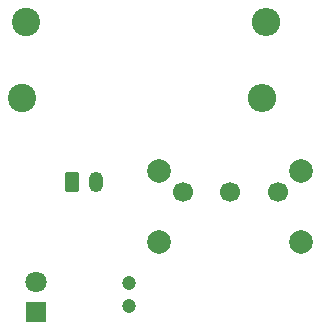
<source format=gbr>
G04 #@! TF.GenerationSoftware,KiCad,Pcbnew,(6.0.4)*
G04 #@! TF.CreationDate,2023-02-21T11:49:36-08:00*
G04 #@! TF.ProjectId,Lab4_Exercise,4c616234-5f45-4786-9572-636973652e6b,rev?*
G04 #@! TF.SameCoordinates,Original*
G04 #@! TF.FileFunction,Soldermask,Top*
G04 #@! TF.FilePolarity,Negative*
%FSLAX46Y46*%
G04 Gerber Fmt 4.6, Leading zero omitted, Abs format (unit mm)*
G04 Created by KiCad (PCBNEW (6.0.4)) date 2023-02-21 11:49:36*
%MOMM*%
%LPD*%
G01*
G04 APERTURE LIST*
G04 Aperture macros list*
%AMRoundRect*
0 Rectangle with rounded corners*
0 $1 Rounding radius*
0 $2 $3 $4 $5 $6 $7 $8 $9 X,Y pos of 4 corners*
0 Add a 4 corners polygon primitive as box body*
4,1,4,$2,$3,$4,$5,$6,$7,$8,$9,$2,$3,0*
0 Add four circle primitives for the rounded corners*
1,1,$1+$1,$2,$3*
1,1,$1+$1,$4,$5*
1,1,$1+$1,$6,$7*
1,1,$1+$1,$8,$9*
0 Add four rect primitives between the rounded corners*
20,1,$1+$1,$2,$3,$4,$5,0*
20,1,$1+$1,$4,$5,$6,$7,0*
20,1,$1+$1,$6,$7,$8,$9,0*
20,1,$1+$1,$8,$9,$2,$3,0*%
G04 Aperture macros list end*
%ADD10C,2.000000*%
%ADD11C,1.700000*%
%ADD12C,2.400000*%
%ADD13O,2.400000X2.400000*%
%ADD14RoundRect,0.250000X-0.350000X-0.625000X0.350000X-0.625000X0.350000X0.625000X-0.350000X0.625000X0*%
%ADD15O,1.200000X1.750000*%
%ADD16R,1.800000X1.800000*%
%ADD17C,1.800000*%
%ADD18C,1.200000*%
G04 APERTURE END LIST*
D10*
G04 #@! TO.C,SW1*
X168140000Y-91140000D03*
X156140000Y-91140000D03*
X168140000Y-85140000D03*
X156140000Y-85140000D03*
D11*
X158140000Y-86890000D03*
X162140000Y-86890000D03*
X166140000Y-86890000D03*
G04 #@! TD*
D12*
G04 #@! TO.C,R1*
X144490000Y-78920000D03*
D13*
X164810000Y-78920000D03*
G04 #@! TD*
D14*
G04 #@! TO.C,J1*
X148740000Y-86080000D03*
D15*
X150740000Y-86080000D03*
G04 #@! TD*
D16*
G04 #@! TO.C,D1*
X145730000Y-97095000D03*
D17*
X145730000Y-94555000D03*
G04 #@! TD*
D18*
G04 #@! TO.C,C1*
X153540000Y-96560000D03*
X153540000Y-94560000D03*
G04 #@! TD*
D12*
G04 #@! TO.C,R2*
X144860000Y-72480000D03*
D13*
X165180000Y-72480000D03*
G04 #@! TD*
M02*

</source>
